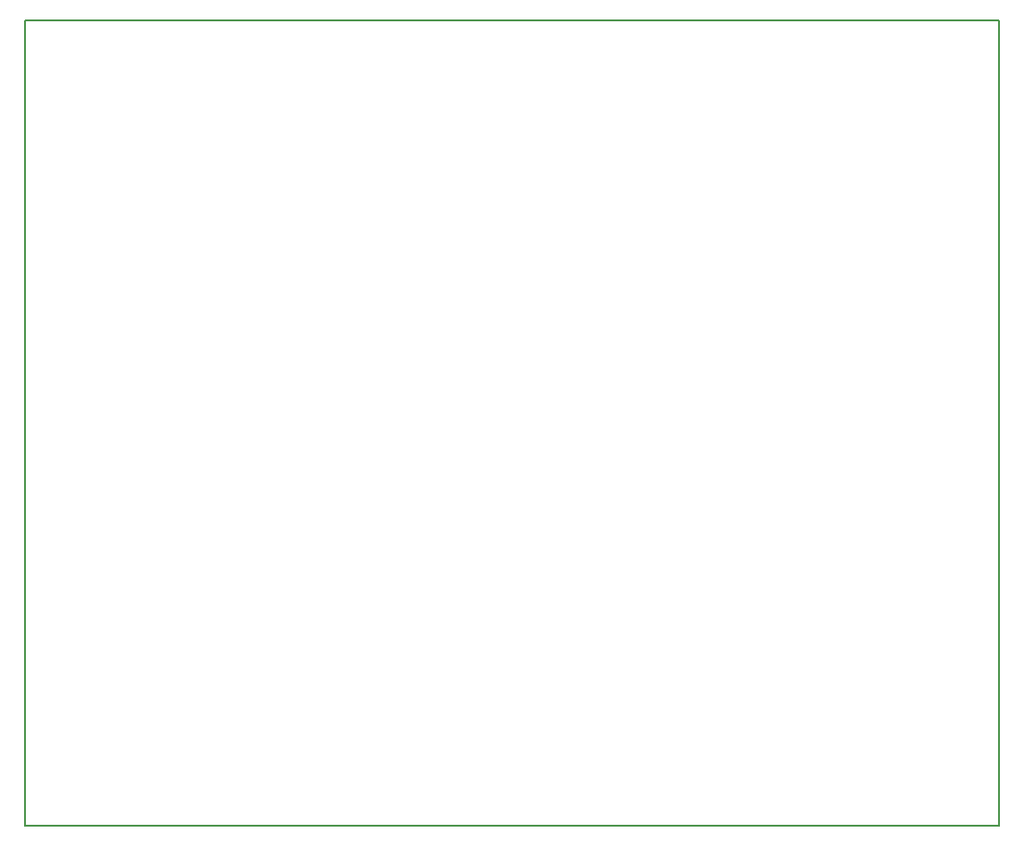
<source format=gbr>
%TF.GenerationSoftware,KiCad,Pcbnew,(6.0.5)*%
%TF.CreationDate,2022-11-22T17:26:59+01:00*%
%TF.ProjectId,VFOsys_FCY_2,56464f73-7973-45f4-9643-595f322e6b69,rev?*%
%TF.SameCoordinates,Original*%
%TF.FileFunction,Other,User*%
%FSLAX45Y45*%
G04 Gerber Fmt 4.5, Leading zero omitted, Abs format (unit mm)*
G04 Created by KiCad (PCBNEW (6.0.5)) date 2022-11-22 17:26:59*
%MOMM*%
%LPD*%
G01*
G04 APERTURE LIST*
%TA.AperFunction,Profile*%
%ADD10C,0.100000*%
%TD*%
%ADD11C,0.150000*%
G04 APERTURE END LIST*
D10*
X10160000Y-13843000D02*
X10160000Y-6477000D01*
X19062700Y-6477000D02*
X19062700Y-13843000D01*
X10160000Y-6477000D02*
X19062700Y-6477000D01*
X19062700Y-13843000D02*
X10160000Y-13843000D01*
D11*
X19062700Y-6477000D02*
X19062700Y-13843000D01*
X10160000Y-13843000D02*
X10160000Y-6477000D01*
X19062700Y-13843000D02*
X10160000Y-13843000D01*
X10160000Y-6477000D02*
X19062700Y-6477000D01*
M02*

</source>
